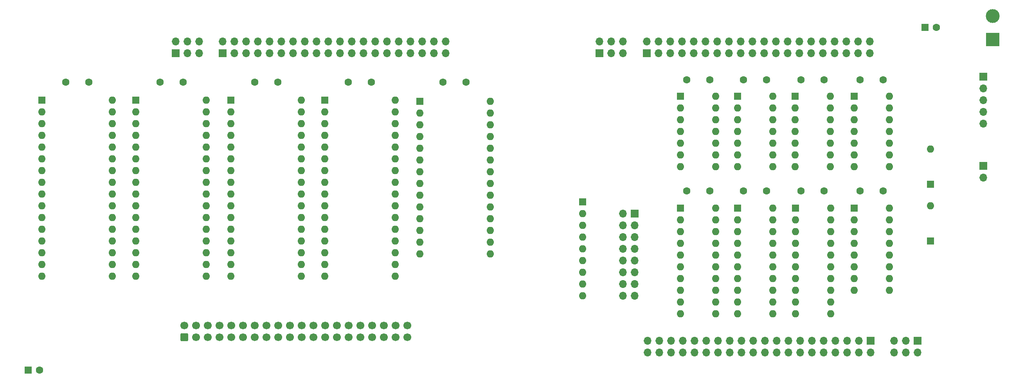
<source format=gbr>
%TF.GenerationSoftware,KiCad,Pcbnew,8.0.2*%
%TF.CreationDate,2024-06-15T19:56:31+02:00*%
%TF.ProjectId,p2000t-multifunctiebord,70323030-3074-42d6-9d75-6c746966756e,P2000T Multifunctiebord*%
%TF.SameCoordinates,Original*%
%TF.FileFunction,Soldermask,Bot*%
%TF.FilePolarity,Negative*%
%FSLAX46Y46*%
G04 Gerber Fmt 4.6, Leading zero omitted, Abs format (unit mm)*
G04 Created by KiCad (PCBNEW 8.0.2) date 2024-06-15 19:56:31*
%MOMM*%
%LPD*%
G01*
G04 APERTURE LIST*
G04 Aperture macros list*
%AMRoundRect*
0 Rectangle with rounded corners*
0 $1 Rounding radius*
0 $2 $3 $4 $5 $6 $7 $8 $9 X,Y pos of 4 corners*
0 Add a 4 corners polygon primitive as box body*
4,1,4,$2,$3,$4,$5,$6,$7,$8,$9,$2,$3,0*
0 Add four circle primitives for the rounded corners*
1,1,$1+$1,$2,$3*
1,1,$1+$1,$4,$5*
1,1,$1+$1,$6,$7*
1,1,$1+$1,$8,$9*
0 Add four rect primitives between the rounded corners*
20,1,$1+$1,$2,$3,$4,$5,0*
20,1,$1+$1,$4,$5,$6,$7,0*
20,1,$1+$1,$6,$7,$8,$9,0*
20,1,$1+$1,$8,$9,$2,$3,0*%
G04 Aperture macros list end*
%ADD10R,1.600000X1.600000*%
%ADD11O,1.600000X1.600000*%
%ADD12C,1.600000*%
%ADD13R,1.700000X1.700000*%
%ADD14O,1.700000X1.700000*%
%ADD15RoundRect,0.250000X0.600000X-0.600000X0.600000X0.600000X-0.600000X0.600000X-0.600000X-0.600000X0*%
%ADD16C,1.700000*%
%ADD17R,3.000000X3.000000*%
%ADD18C,3.000000*%
G04 APERTURE END LIST*
D10*
%TO.C,U11*%
X108458000Y-73152000D03*
D11*
X108458000Y-75692000D03*
X108458000Y-78232000D03*
X108458000Y-80772000D03*
X108458000Y-83312000D03*
X108458000Y-85852000D03*
X108458000Y-88392000D03*
X108458000Y-90932000D03*
X108458000Y-93472000D03*
X108458000Y-96012000D03*
X108458000Y-98552000D03*
X108458000Y-101092000D03*
X108458000Y-103632000D03*
X108458000Y-106172000D03*
X108458000Y-108712000D03*
X108458000Y-111252000D03*
X123698000Y-111252000D03*
X123698000Y-108712000D03*
X123698000Y-106172000D03*
X123698000Y-103632000D03*
X123698000Y-101092000D03*
X123698000Y-98552000D03*
X123698000Y-96012000D03*
X123698000Y-93472000D03*
X123698000Y-90932000D03*
X123698000Y-88392000D03*
X123698000Y-85852000D03*
X123698000Y-83312000D03*
X123698000Y-80772000D03*
X123698000Y-78232000D03*
X123698000Y-75692000D03*
X123698000Y-73152000D03*
%TD*%
D10*
%TO.C,U10*%
X88138000Y-73152000D03*
D11*
X88138000Y-75692000D03*
X88138000Y-78232000D03*
X88138000Y-80772000D03*
X88138000Y-83312000D03*
X88138000Y-85852000D03*
X88138000Y-88392000D03*
X88138000Y-90932000D03*
X88138000Y-93472000D03*
X88138000Y-96012000D03*
X88138000Y-98552000D03*
X88138000Y-101092000D03*
X88138000Y-103632000D03*
X88138000Y-106172000D03*
X88138000Y-108712000D03*
X88138000Y-111252000D03*
X103378000Y-111252000D03*
X103378000Y-108712000D03*
X103378000Y-106172000D03*
X103378000Y-103632000D03*
X103378000Y-101092000D03*
X103378000Y-98552000D03*
X103378000Y-96012000D03*
X103378000Y-93472000D03*
X103378000Y-90932000D03*
X103378000Y-88392000D03*
X103378000Y-85852000D03*
X103378000Y-83312000D03*
X103378000Y-80772000D03*
X103378000Y-78232000D03*
X103378000Y-75692000D03*
X103378000Y-73152000D03*
%TD*%
D10*
%TO.C,U9*%
X67569000Y-73152000D03*
D11*
X67569000Y-75692000D03*
X67569000Y-78232000D03*
X67569000Y-80772000D03*
X67569000Y-83312000D03*
X67569000Y-85852000D03*
X67569000Y-88392000D03*
X67569000Y-90932000D03*
X67569000Y-93472000D03*
X67569000Y-96012000D03*
X67569000Y-98552000D03*
X67569000Y-101092000D03*
X67569000Y-103632000D03*
X67569000Y-106172000D03*
X67569000Y-108712000D03*
X67569000Y-111252000D03*
X82809000Y-111252000D03*
X82809000Y-108712000D03*
X82809000Y-106172000D03*
X82809000Y-103632000D03*
X82809000Y-101092000D03*
X82809000Y-98552000D03*
X82809000Y-96012000D03*
X82809000Y-93472000D03*
X82809000Y-90932000D03*
X82809000Y-88392000D03*
X82809000Y-85852000D03*
X82809000Y-83312000D03*
X82809000Y-80772000D03*
X82809000Y-78232000D03*
X82809000Y-75692000D03*
X82809000Y-73152000D03*
%TD*%
D10*
%TO.C,U4*%
X129032000Y-73406000D03*
D11*
X129032000Y-75946000D03*
X129032000Y-78486000D03*
X129032000Y-81026000D03*
X129032000Y-83566000D03*
X129032000Y-86106000D03*
X129032000Y-88646000D03*
X129032000Y-91186000D03*
X129032000Y-93726000D03*
X129032000Y-96266000D03*
X129032000Y-98806000D03*
X129032000Y-101346000D03*
X129032000Y-103886000D03*
X129032000Y-106426000D03*
X144272000Y-106426000D03*
X144272000Y-103886000D03*
X144272000Y-101346000D03*
X144272000Y-98806000D03*
X144272000Y-96266000D03*
X144272000Y-93726000D03*
X144272000Y-91186000D03*
X144272000Y-88646000D03*
X144272000Y-86106000D03*
X144272000Y-83566000D03*
X144272000Y-81026000D03*
X144272000Y-78486000D03*
X144272000Y-75946000D03*
X144272000Y-73406000D03*
%TD*%
D10*
%TO.C,U2*%
X47244000Y-73152000D03*
D11*
X47244000Y-75692000D03*
X47244000Y-78232000D03*
X47244000Y-80772000D03*
X47244000Y-83312000D03*
X47244000Y-85852000D03*
X47244000Y-88392000D03*
X47244000Y-90932000D03*
X47244000Y-93472000D03*
X47244000Y-96012000D03*
X47244000Y-98552000D03*
X47244000Y-101092000D03*
X47244000Y-103632000D03*
X47244000Y-106172000D03*
X47244000Y-108712000D03*
X47244000Y-111252000D03*
X62484000Y-111252000D03*
X62484000Y-108712000D03*
X62484000Y-106172000D03*
X62484000Y-103632000D03*
X62484000Y-101092000D03*
X62484000Y-98552000D03*
X62484000Y-96012000D03*
X62484000Y-93472000D03*
X62484000Y-90932000D03*
X62484000Y-88392000D03*
X62484000Y-85852000D03*
X62484000Y-83312000D03*
X62484000Y-80772000D03*
X62484000Y-78232000D03*
X62484000Y-75692000D03*
X62484000Y-73152000D03*
%TD*%
D12*
%TO.C,C9*%
X118500000Y-69250000D03*
X113500000Y-69250000D03*
%TD*%
D10*
%TO.C,U8*%
X197750000Y-96500000D03*
D11*
X197750000Y-99040000D03*
X197750000Y-101580000D03*
X197750000Y-104120000D03*
X197750000Y-106660000D03*
X197750000Y-109200000D03*
X197750000Y-111740000D03*
X197750000Y-114280000D03*
X197750000Y-116820000D03*
X197750000Y-119360000D03*
X205370000Y-119360000D03*
X205370000Y-116820000D03*
X205370000Y-114280000D03*
X205370000Y-111740000D03*
X205370000Y-109200000D03*
X205370000Y-106660000D03*
X205370000Y-104120000D03*
X205370000Y-101580000D03*
X205370000Y-99040000D03*
X205370000Y-96500000D03*
%TD*%
D12*
%TO.C,C1*%
X139000000Y-69250000D03*
X134000000Y-69250000D03*
%TD*%
%TO.C,C14*%
X229250000Y-92750000D03*
X224250000Y-92750000D03*
%TD*%
D10*
%TO.C,C16*%
X44236000Y-131572000D03*
D12*
X46736000Y-131572000D03*
%TD*%
%TO.C,C17*%
X216500000Y-68750000D03*
X211500000Y-68750000D03*
%TD*%
D13*
%TO.C,J8*%
X167894000Y-62992000D03*
D14*
X167894000Y-60452000D03*
X170434000Y-62992000D03*
X170434000Y-60452000D03*
X172974000Y-62992000D03*
X172974000Y-60452000D03*
%TD*%
D12*
%TO.C,C11*%
X191750000Y-68750000D03*
X186750000Y-68750000D03*
%TD*%
%TO.C,C13*%
X216500000Y-92750000D03*
X211500000Y-92750000D03*
%TD*%
%TO.C,C2*%
X204000000Y-68750000D03*
X199000000Y-68750000D03*
%TD*%
D10*
%TO.C,D1*%
X239500000Y-91310000D03*
D11*
X239500000Y-83690000D03*
%TD*%
D12*
%TO.C,C5*%
X77750000Y-69250000D03*
X72750000Y-69250000D03*
%TD*%
D10*
%TO.C,RN1*%
X164210000Y-95140000D03*
D11*
X164210000Y-97680000D03*
X164210000Y-100220000D03*
X164210000Y-102760000D03*
X164210000Y-105300000D03*
X164210000Y-107840000D03*
X164210000Y-110380000D03*
X164210000Y-112920000D03*
X164210000Y-115460000D03*
%TD*%
D10*
%TO.C,U15*%
X223000000Y-72300000D03*
D11*
X223000000Y-74840000D03*
X223000000Y-77380000D03*
X223000000Y-79920000D03*
X223000000Y-82460000D03*
X223000000Y-85000000D03*
X223000000Y-87540000D03*
X230620000Y-87540000D03*
X230620000Y-85000000D03*
X230620000Y-82460000D03*
X230620000Y-79920000D03*
X230620000Y-77380000D03*
X230620000Y-74840000D03*
X230620000Y-72300000D03*
%TD*%
D12*
%TO.C,C12*%
X191750000Y-92750000D03*
X186750000Y-92750000D03*
%TD*%
D10*
%TO.C,D2*%
X239500000Y-103620000D03*
D11*
X239500000Y-96000000D03*
%TD*%
D10*
%TO.C,U13*%
X210200000Y-72260000D03*
D11*
X210200000Y-74800000D03*
X210200000Y-77340000D03*
X210200000Y-79880000D03*
X210200000Y-82420000D03*
X210200000Y-84960000D03*
X210200000Y-87500000D03*
X217820000Y-87500000D03*
X217820000Y-84960000D03*
X217820000Y-82420000D03*
X217820000Y-79880000D03*
X217820000Y-77340000D03*
X217820000Y-74800000D03*
X217820000Y-72260000D03*
%TD*%
D12*
%TO.C,C6*%
X57379800Y-69250000D03*
X52379800Y-69250000D03*
%TD*%
D13*
%TO.C,J5*%
X178125000Y-62992000D03*
D14*
X178125000Y-60452000D03*
X180665000Y-62992000D03*
X180665000Y-60452000D03*
X183205000Y-62992000D03*
X183205000Y-60452000D03*
X185745000Y-62992000D03*
X185745000Y-60452000D03*
X188285000Y-62992000D03*
X188285000Y-60452000D03*
X190825000Y-62992000D03*
X190825000Y-60452000D03*
X193365000Y-62992000D03*
X193365000Y-60452000D03*
X195905000Y-62992000D03*
X195905000Y-60452000D03*
X198445000Y-62992000D03*
X198445000Y-60452000D03*
X200985000Y-62992000D03*
X200985000Y-60452000D03*
X203525000Y-62992000D03*
X203525000Y-60452000D03*
X206065000Y-62992000D03*
X206065000Y-60452000D03*
X208605000Y-62992000D03*
X208605000Y-60452000D03*
X211145000Y-62992000D03*
X211145000Y-60452000D03*
X213685000Y-62992000D03*
X213685000Y-60452000D03*
X216225000Y-62992000D03*
X216225000Y-60452000D03*
X218765000Y-62992000D03*
X218765000Y-60452000D03*
X221305000Y-62992000D03*
X221305000Y-60452000D03*
X223845000Y-62992000D03*
X223845000Y-60452000D03*
X226385000Y-62992000D03*
X226385000Y-60452000D03*
%TD*%
D12*
%TO.C,C15*%
X229250000Y-68750000D03*
X224250000Y-68750000D03*
%TD*%
D13*
%TO.C,J6*%
X226568000Y-125222000D03*
D14*
X226568000Y-127762000D03*
X224028000Y-125222000D03*
X224028000Y-127762000D03*
X221488000Y-125222000D03*
X221488000Y-127762000D03*
X218948000Y-125222000D03*
X218948000Y-127762000D03*
X216408000Y-125222000D03*
X216408000Y-127762000D03*
X213868000Y-125222000D03*
X213868000Y-127762000D03*
X211328000Y-125222000D03*
X211328000Y-127762000D03*
X208788000Y-125222000D03*
X208788000Y-127762000D03*
X206248000Y-125222000D03*
X206248000Y-127762000D03*
X203708000Y-125222000D03*
X203708000Y-127762000D03*
X201168000Y-125222000D03*
X201168000Y-127762000D03*
X198628000Y-125222000D03*
X198628000Y-127762000D03*
X196088000Y-125222000D03*
X196088000Y-127762000D03*
X193548000Y-125222000D03*
X193548000Y-127762000D03*
X191008000Y-125222000D03*
X191008000Y-127762000D03*
X188468000Y-125222000D03*
X188468000Y-127762000D03*
X185928000Y-125222000D03*
X185928000Y-127762000D03*
X183388000Y-125222000D03*
X183388000Y-127762000D03*
X180848000Y-125222000D03*
X180848000Y-127762000D03*
X178308000Y-125222000D03*
X178308000Y-127762000D03*
%TD*%
D12*
%TO.C,C7*%
X98250000Y-69250000D03*
X93250000Y-69250000D03*
%TD*%
D13*
%TO.C,J9*%
X250952000Y-68072000D03*
D14*
X250952000Y-70612000D03*
X250952000Y-73152000D03*
X250952000Y-75692000D03*
X250952000Y-78232000D03*
%TD*%
D10*
%TO.C,C3*%
X238292000Y-57404000D03*
D12*
X240792000Y-57404000D03*
%TD*%
D13*
%TO.C,J11*%
X76200000Y-62992000D03*
D14*
X76200000Y-60452000D03*
X78740000Y-62992000D03*
X78740000Y-60452000D03*
X81280000Y-62992000D03*
X81280000Y-60452000D03*
%TD*%
D10*
%TO.C,U3*%
X197750000Y-72260000D03*
D11*
X197750000Y-74800000D03*
X197750000Y-77340000D03*
X197750000Y-79880000D03*
X197750000Y-82420000D03*
X197750000Y-84960000D03*
X197750000Y-87500000D03*
X205370000Y-87500000D03*
X205370000Y-84960000D03*
X205370000Y-82420000D03*
X205370000Y-79880000D03*
X205370000Y-77340000D03*
X205370000Y-74800000D03*
X205370000Y-72260000D03*
%TD*%
D10*
%TO.C,U1*%
X185380000Y-72260000D03*
D11*
X185380000Y-74800000D03*
X185380000Y-77340000D03*
X185380000Y-79880000D03*
X185380000Y-82420000D03*
X185380000Y-84960000D03*
X185380000Y-87500000D03*
X193000000Y-87500000D03*
X193000000Y-84960000D03*
X193000000Y-82420000D03*
X193000000Y-79880000D03*
X193000000Y-77340000D03*
X193000000Y-74800000D03*
X193000000Y-72260000D03*
%TD*%
D13*
%TO.C,J2*%
X250952000Y-87376000D03*
D14*
X250952000Y-89916000D03*
%TD*%
D12*
%TO.C,C10*%
X204000000Y-92750000D03*
X199000000Y-92750000D03*
%TD*%
D10*
%TO.C,U12*%
X223000000Y-96500000D03*
D11*
X223000000Y-99040000D03*
X223000000Y-101580000D03*
X223000000Y-104120000D03*
X223000000Y-106660000D03*
X223000000Y-109200000D03*
X223000000Y-111740000D03*
X223000000Y-114280000D03*
X230620000Y-114280000D03*
X230620000Y-111740000D03*
X230620000Y-109200000D03*
X230620000Y-106660000D03*
X230620000Y-104120000D03*
X230620000Y-101580000D03*
X230620000Y-99040000D03*
X230620000Y-96500000D03*
%TD*%
D13*
%TO.C,J10*%
X236728000Y-125222000D03*
D14*
X236728000Y-127762000D03*
X234188000Y-125222000D03*
X234188000Y-127762000D03*
X231648000Y-125222000D03*
X231648000Y-127762000D03*
%TD*%
D15*
%TO.C,J1*%
X78000000Y-124400000D03*
D16*
X78000000Y-121860000D03*
X80540000Y-124400000D03*
X80540000Y-121860000D03*
X83080000Y-124400000D03*
X83080000Y-121860000D03*
X85620000Y-124400000D03*
X85620000Y-121860000D03*
X88160000Y-124400000D03*
X88160000Y-121860000D03*
X90700000Y-124400000D03*
X90700000Y-121860000D03*
X93240000Y-124400000D03*
X93240000Y-121860000D03*
X95780000Y-124400000D03*
X95780000Y-121860000D03*
X98320000Y-124400000D03*
X98320000Y-121860000D03*
X100860000Y-124400000D03*
X100860000Y-121860000D03*
X103400000Y-124400000D03*
X103400000Y-121860000D03*
X105940000Y-124400000D03*
X105940000Y-121860000D03*
X108480000Y-124400000D03*
X108480000Y-121860000D03*
X111020000Y-124400000D03*
X111020000Y-121860000D03*
X113560000Y-124400000D03*
X113560000Y-121860000D03*
X116100000Y-124400000D03*
X116100000Y-121860000D03*
X118640000Y-124400000D03*
X118640000Y-121860000D03*
X121180000Y-124400000D03*
X121180000Y-121860000D03*
X123720000Y-124400000D03*
X123720000Y-121860000D03*
X126260000Y-124400000D03*
X126260000Y-121860000D03*
%TD*%
D17*
%TO.C,J3*%
X253000000Y-60000000D03*
D18*
X253000000Y-54920000D03*
%TD*%
D10*
%TO.C,U14*%
X185380000Y-96500000D03*
D11*
X185380000Y-99040000D03*
X185380000Y-101580000D03*
X185380000Y-104120000D03*
X185380000Y-106660000D03*
X185380000Y-109200000D03*
X185380000Y-111740000D03*
X185380000Y-114280000D03*
X185380000Y-116820000D03*
X185380000Y-119360000D03*
X193000000Y-119360000D03*
X193000000Y-116820000D03*
X193000000Y-114280000D03*
X193000000Y-111740000D03*
X193000000Y-109200000D03*
X193000000Y-106660000D03*
X193000000Y-104120000D03*
X193000000Y-101580000D03*
X193000000Y-99040000D03*
X193000000Y-96500000D03*
%TD*%
D13*
%TO.C,J4*%
X86360000Y-62992000D03*
D14*
X86360000Y-60452000D03*
X88900000Y-62992000D03*
X88900000Y-60452000D03*
X91440000Y-62992000D03*
X91440000Y-60452000D03*
X93980000Y-62992000D03*
X93980000Y-60452000D03*
X96520000Y-62992000D03*
X96520000Y-60452000D03*
X99060000Y-62992000D03*
X99060000Y-60452000D03*
X101600000Y-62992000D03*
X101600000Y-60452000D03*
X104140000Y-62992000D03*
X104140000Y-60452000D03*
X106680000Y-62992000D03*
X106680000Y-60452000D03*
X109220000Y-62992000D03*
X109220000Y-60452000D03*
X111760000Y-62992000D03*
X111760000Y-60452000D03*
X114300000Y-62992000D03*
X114300000Y-60452000D03*
X116840000Y-62992000D03*
X116840000Y-60452000D03*
X119380000Y-62992000D03*
X119380000Y-60452000D03*
X121920000Y-62992000D03*
X121920000Y-60452000D03*
X124460000Y-62992000D03*
X124460000Y-60452000D03*
X127000000Y-62992000D03*
X127000000Y-60452000D03*
X129540000Y-62992000D03*
X129540000Y-60452000D03*
X132080000Y-62992000D03*
X132080000Y-60452000D03*
X134620000Y-62992000D03*
X134620000Y-60452000D03*
%TD*%
D10*
%TO.C,U16*%
X210250000Y-96500000D03*
D11*
X210250000Y-99040000D03*
X210250000Y-101580000D03*
X210250000Y-104120000D03*
X210250000Y-106660000D03*
X210250000Y-109200000D03*
X210250000Y-111740000D03*
X210250000Y-114280000D03*
X210250000Y-116820000D03*
X210250000Y-119360000D03*
X217870000Y-119360000D03*
X217870000Y-116820000D03*
X217870000Y-114280000D03*
X217870000Y-111740000D03*
X217870000Y-109200000D03*
X217870000Y-106660000D03*
X217870000Y-104120000D03*
X217870000Y-101580000D03*
X217870000Y-99040000D03*
X217870000Y-96500000D03*
%TD*%
D13*
%TO.C,J12*%
X175500000Y-97680000D03*
D14*
X172960000Y-97680000D03*
X175500000Y-100220000D03*
X172960000Y-100220000D03*
X175500000Y-102760000D03*
X172960000Y-102760000D03*
X175500000Y-105300000D03*
X172960000Y-105300000D03*
X175500000Y-107840000D03*
X172960000Y-107840000D03*
X175500000Y-110380000D03*
X172960000Y-110380000D03*
X175500000Y-112920000D03*
X172960000Y-112920000D03*
X175500000Y-115460000D03*
X172960000Y-115460000D03*
%TD*%
M02*

</source>
